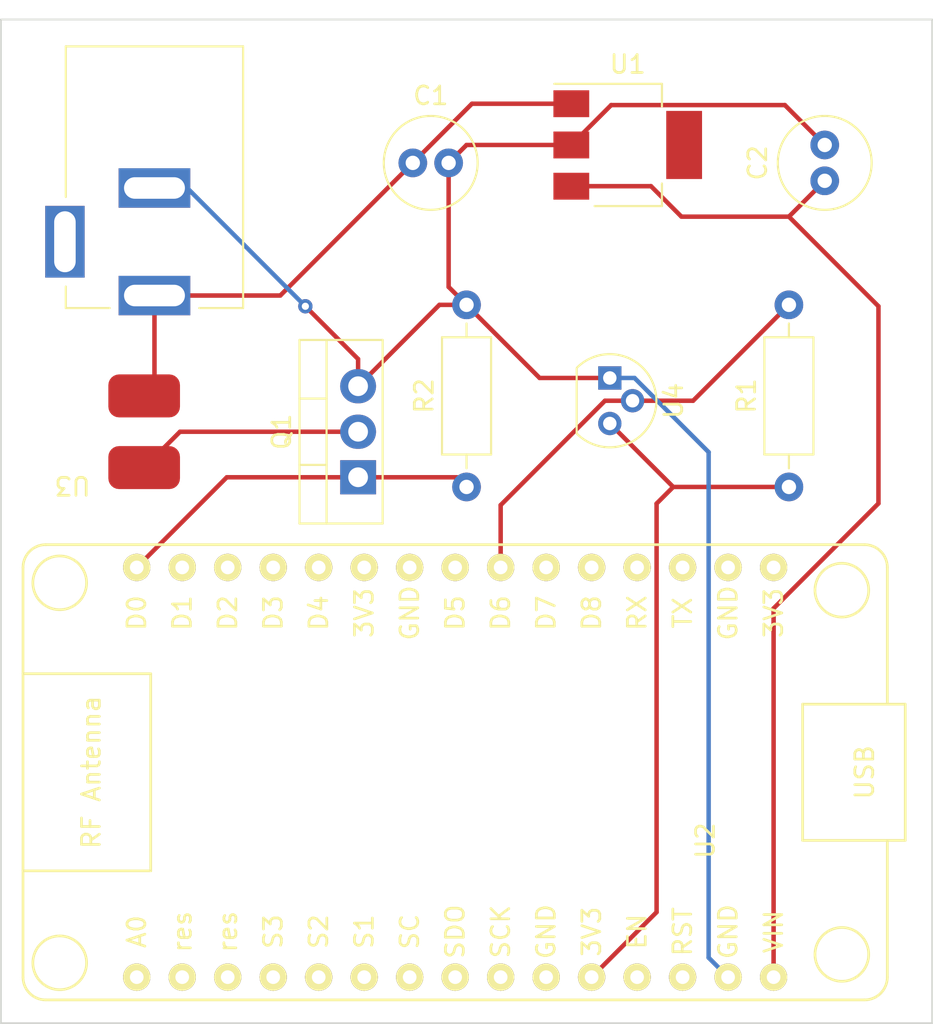
<source format=kicad_pcb>
(kicad_pcb (version 20211014) (generator pcbnew)
  (layers (0 "F.Cu" signal) (31 "B.Cu" signal) (34 "B.Paste" user) (35 "F.Paste" user) (36 "B.SilkS" user "B.Silkscreen") (37 "F.SilkS" user "F.Silkscreen") (38 "B.Mask" user) (39 "F.Mask" user) (44 "Edge.Cuts" user))
  (net 0 "")
  (net 1 "Net-(Barrel_Jack_Connector1-Pad1)")
  (net 2 "GND")
  (net 4 "Net-(C2-Pad1)")
  (net 5 "Net-(R2-Pad1)")
  (net 6 "Net-(Q1-Pad2)")
  (net 7 "Net-(R1-Pad1)")
  (net 8 "Net-(R1-Pad2)")
  (footprint "Package_TO_SOT_SMD:SOT-223" (layer "F.Cu") (at 125 66)
    (fp_text reference "U1" (at 0 -4.5) (layer "F.SilkS"))
    (fp_text value "LM340")
    (fp_line (start 1.91 3.41) (end 1.91 2.15) (layer "F.SilkS") (width 0.12))
    (fp_line (start -4.1 -3.41) (end 1.91 -3.41) (layer "F.SilkS") (width 0.12))
    (fp_line (start -1.85 3.41) (end 1.91 3.41) (layer "F.SilkS") (width 0.12))
    (fp_line (start 1.91 -3.41) (end 1.91 -2.15) (layer "F.SilkS") (width 0.12))
    (pad "1" smd rect (at -3.15 -2.3) (size 2 1.5) (layers "F.Cu" "F.Paste" "F.Mask") (net 1 "Net-(Barrel_Jack_Connector1-Pad1)"))
    (pad "2" smd rect (at -3.15 0) (size 2 1.5) (layers "F.Cu" "F.Paste" "F.Mask") (net 2 "GND"))
    (pad "3" smd rect (at -3.15 2.3) (size 2 1.5) (layers "F.Cu" "F.Paste" "F.Mask") (net 4 "Net-(C2-Pad1)"))
    (pad "4" smd rect (at 3.15 0) (size 2 3.8) (layers "F.Cu" "F.Paste" "F.Mask"))
  )
  (footprint "1_My_Library:NodeMCU1.0(12-E)" (layer "F.Cu") (at 97.585 112.43 90)
    (fp_text reference "U2" (at 7.62 31.75 90) (layer "F.SilkS"))
    (fp_text value "NodeMCU1.0(ESP-12E)")
    (fp_text user "GND" (at 20.32 33.02 90) (layer "F.SilkS"))
    (fp_text user "RST" (at 2.54 30.48 90) (layer "F.SilkS"))
    (fp_text user "GND" (at 2.54 22.86 90) (layer "F.SilkS"))
    (fp_text user "D0" (at 20.32 0 90) (layer "F.SilkS"))
    (fp_text user "TX" (at 20.32 30.48 90) (layer "F.SilkS"))
    (fp_text user "RF Antenna" (at 11.43 -2.54 90) (layer "F.SilkS"))
    (fp_text user "3V3" (at 20.32 12.7 90) (layer "F.SilkS"))
    (fp_text user "res" (at 2.54 5.08 90) (layer "F.SilkS"))
    (fp_text user "SCK" (at 2.54 20.32 90) (layer "F.SilkS"))
    (fp_text user "D1" (at 20.32 2.54 90) (layer "F.SilkS"))
    (fp_text user "SDO" (at 2.54 17.78 90) (layer "F.SilkS"))
    (fp_text user "GND" (at 2.54 33.02 90) (layer "F.SilkS"))
    (fp_text user "D4" (at 20.32 10.16 90) (layer "F.SilkS"))
    (fp_text user "3V3" (at 20.32 35.56 90) (layer "F.SilkS"))
    (fp_text user "D6" (at 20.32 20.32 90) (layer "F.SilkS"))
    (fp_text user "VIN" (at 2.54 35.56 90) (layer "F.SilkS"))
    (fp_text user "RX" (at 20.32 27.94 90) (layer "F.SilkS"))
    (fp_text user "D3" (at 20.32 7.62 90) (layer "F.SilkS"))
    (fp_text user "S2" (at 2.54 10.16 90) (layer "F.SilkS"))
    (fp_text user "3V3" (at 2.54 25.4 90) (layer "F.SilkS"))
    (fp_text user "SC" (at 2.54 15.24 90) (layer "F.SilkS"))
    (fp_text user "D8" (at 20.32 25.4 90) (layer "F.SilkS"))
    (fp_text user "A0" (at 2.54 0 90) (layer "F.SilkS"))
    (fp_text user "D2" (at 20.32 5.08 90) (layer "F.SilkS"))
    (fp_text user "S1" (at 2.54 12.7 90) (layer "F.SilkS"))
    (fp_text user "EN" (at 2.54 27.94 90) (layer "F.SilkS"))
    (fp_text user "USB" (at 11.43 40.64 90) (layer "F.SilkS"))
    (fp_text user "res" (at 2.54 2.54 90) (layer "F.SilkS"))
    (fp_text user "D5" (at 20.32 17.78 90) (layer "F.SilkS"))
    (fp_text user "GND" (at 20.32 15.24 90) (layer "F.SilkS"))
    (fp_text user "D7" (at 20.32 22.86 90) (layer "F.SilkS"))
    (fp_text user "S3" (at 2.54 7.62 90) (layer "F.SilkS"))
    (fp_line (start 16.93 -6.35) (end 16.93 0.78) (layer "F.SilkS") (width 0.15))
    (fp_line (start 22.86 -6.35) (end 0 -6.35) (layer "F.SilkS") (width 0.15))
    (fp_line (start -1.27 -5.08) (end -1.27 40.64) (layer "F.SilkS") (width 0.15))
    (fp_line (start 22.86 41.91) (end 15.24 41.91) (layer "F.SilkS") (width 0.15))
    (fp_line (start 7.62 41.91) (end 0 41.91) (layer "F.SilkS") (width 0.15))
    (fp_line (start 5.93 0.78) (end 5.93 -6.35) (layer "F.SilkS") (width 0.15))
    (fp_line (start 7.63 42.91) (end 7.63 37.18) (layer "F.SilkS") (width 0.15))
    (fp_line (start 15.23 42.91) (end 7.63 42.91) (layer "F.SilkS") (width 0.15))
    (fp_line (start 16.93 0.78) (end 5.93 0.78) (layer "F.SilkS") (width 0.15))
    (fp_line (start 15.23 37.18) (end 15.23 42.91) (layer "F.SilkS") (width 0.15))
    (fp_line (start 7.63 37.18) (end 15.23 37.18) (layer "F.SilkS") (width 0.15))
    (fp_line (start 24.13 -5.08) (end 24.13 40.64) (layer "F.SilkS") (width 0.15))
    (fp_arc (start 0 41.91) (mid -0.898026 41.538026) (end -1.27 40.64) (layer "F.SilkS") (width 0.15))
    (fp_arc (start 22.86 -6.35) (mid 23.758026 -5.978026) (end 24.13 -5.08) (layer "F.SilkS") (width 0.15))
    (fp_arc (start 24.13 40.64) (mid 23.758026 41.538026) (end 22.86 41.91) (layer "F.SilkS") (width 0.15))
    (fp_arc (start -1.27 -5.08) (mid -0.898026 -5.978026) (end 0 -6.35) (layer "F.SilkS") (width 0.15))
    (fp_circle (center 1.27 39.37) (end 2.77 39.37) (layer "F.SilkS") (width 0.15) (fill none))
    (fp_circle (center 22 -4.3) (end 23.5 -4.3) (layer "F.SilkS") (width 0.15) (fill none))
    (fp_circle (center 0.8 -4.3) (end 2.3 -4.3) (layer "F.SilkS") (width 0.15) (fill none))
    (fp_circle (center 21.59 39.37) (end 23.09 39.37) (layer "F.SilkS") (width 0.15) (fill none))
    (pad "1" thru_hole circle (at 0 0 90) (size 1.524 1.524) (drill 0.762) (layers *.Cu *.Mask "F.SilkS"))
    (pad "2" thru_hole circle (at 0 2.54 90) (size 1.524 1.524) (drill 0.762) (layers *.Cu *.Mask "F.SilkS"))
    (pad "3" thru_hole circle (at 0 5.08 90) (size 1.524 1.524) (drill 0.762) (layers *.Cu *.Mask "F.SilkS"))
    (pad "4" thru_hole circle (at 0 7.62 90) (size 1.524 1.524) (drill 0.762) (layers *.Cu *.Mask "F.SilkS"))
    (pad "5" thru_hole circle (at 0 10.16 90) (size 1.524 1.524) (drill 0.762) (layers *.Cu *.Mask "F.SilkS"))
    (pad "6" thru_hole circle (at 0 12.7 90) (size 1.524 1.524) (drill 0.762) (layers *.Cu *.Mask "F.SilkS"))
    (pad "7" thru_hole circle (at 0 15.24 90) (size 1.524 1.524) (drill 0.762) (layers *.Cu *.Mask "F.SilkS"))
    (pad "8" thru_hole circle (at 0 17.78 90) (size 1.524 1.524) (drill 0.762) (layers *.Cu *.Mask "F.SilkS"))
    (pad "9" thru_hole circle (at 0 20.32 90) (size 1.524 1.524) (drill 0.762) (layers *.Cu *.Mask "F.SilkS"))
    (pad "10" thru_hole circle (at 0 22.86 90) (size 1.524 1.524) (drill 0.762) (layers *.Cu *.Mask "F.SilkS"))
    (pad "11" thru_hole circle (at 0 25.4 90) (size 1.524 1.524) (drill 0.762) (layers *.Cu *.Mask "F.SilkS") (net 7 "Net-(R1-Pad1)"))
    (pad "12" thru_hole circle (at 0 27.94 90) (size 1.524 1.524) (drill 0.762) (layers *.Cu *.Mask "F.SilkS"))
    (pad "13" thru_hole circle (at 0 30.48 90) (size 1.524 1.524) (drill 0.762) (layers *.Cu *.Mask "F.SilkS"))
    (pad "14" thru_hole circle (at 0 33.02 90) (size 1.524 1.524) (drill 0.762) (layers *.Cu *.Mask "F.SilkS") (net 2 "GND"))
    (pad "15" thru_hole circle (at 0 35.56 90) (size 1.524 1.524) (drill 0.762) (layers *.Cu *.Mask "F.SilkS") (net 4 "Net-(C2-Pad1)"))
    (pad "16" thru_hole circle (at 22.86 35.56 90) (size 1.524 1.524) (drill 0.762) (layers *.Cu *.Mask "F.SilkS"))
    (pad "17" thru_hole circle (at 22.86 33.02 90) (size 1.524 1.524) (drill 0.762) (layers *.Cu *.Mask "F.SilkS"))
    (pad "18" thru_hole circle (at 22.86 30.48 90) (size 1.524 1.524) (drill 0.762) (layers *.Cu *.Mask "F.SilkS"))
    (pad "19" thru_hole circle (at 22.86 27.94 90) (size 1.524 1.524) (drill 0.762) (layers *.Cu *.Mask "F.SilkS"))
    (pad "20" thru_hole circle (at 22.86 25.4 90) (size 1.524 1.524) (drill 0.762) (layers *.Cu *.Mask "F.SilkS"))
    (pad "21" thru_hole circle (at 22.86 22.86 90) (size 1.524 1.524) (drill 0.762) (layers *.Cu *.Mask "F.SilkS"))
    (pad "22" thru_hole circle (at 22.86 20.32 90) (size 1.524 1.524) (drill 0.762) (layers *.Cu *.Mask "F.SilkS") (net 8 "Net-(R1-Pad2)"))
    (pad "23" thru_hole circle (at 22.86 17.78 90) (size 1.524 1.524) (drill 0.762) (layers *.Cu *.Mask "F.SilkS"))
    (pad "24" thru_hole circle (at 22.86 15.24 90) (size 1.524 1.524) (drill 0.762) (layers *.Cu *.Mask "F.SilkS"))
    (pad "25" thru_hole circle (at 22.86 12.7 90) (size 1.524 1.524) (drill 0.762) (layers *.Cu *.Mask "F.SilkS"))
    (pad "26" thru_hole circle (at 22.86 10.16 90) (size 1.524 1.524) (drill 0.762) (layers *.Cu *.Mask "F.SilkS"))
    (pad "27" thru_hole circle (at 22.86 7.62 90) (size 1.524 1.524) (drill 0.762) (layers *.Cu *.Mask "F.SilkS"))
    (pad "28" thru_hole circle (at 22.86 5.08 90) (size 1.524 1.524) (drill 0.762) (layers *.Cu *.Mask "F.SilkS"))
    (pad "29" thru_hole circle (at 22.86 2.54 90) (size 1.524 1.524) (drill 0.762) (layers *.Cu *.Mask "F.SilkS"))
    (pad "30" thru_hole circle (at 22.86 0 90) (size 1.524 1.524) (drill 0.762) (layers *.Cu *.Mask "F.SilkS") (net 5 "Net-(R2-Pad1)"))
  )
  (footprint "Package_TO_SOT_THT:TO-220-3_Vertical" (layer "F.Cu") (at 109.945 84.54 90)
    (fp_text reference "Q1" (at 2.54 -4.27 90) (layer "F.SilkS"))
    (fp_text value "IRF540N")
    (fp_line (start 0.69 -3.27) (end 0.69 -1.76) (layer "F.SilkS") (width 0.12))
    (fp_line (start -2.58 -3.27) (end -2.58 1.371) (layer "F.SilkS") (width 0.12))
    (fp_line (start 4.391 -3.27) (end 4.391 -1.76) (layer "F.SilkS") (width 0.12))
    (fp_line (start -2.58 -1.76) (end 7.66 -1.76) (layer "F.SilkS") (width 0.12))
    (fp_line (start -2.58 -3.27) (end 7.66 -3.27) (layer "F.SilkS") (width 0.12))
    (fp_line (start -2.58 1.371) (end 7.66 1.371) (layer "F.SilkS") (width 0.12))
    (fp_line (start 7.66 -3.27) (end 7.66 1.371) (layer "F.SilkS") (width 0.12))
    (pad "1" thru_hole rect (at 0 0 90) (size 1.905 2) (drill 1.1) (layers *.Cu *.Mask) (net 5 "Net-(R2-Pad1)"))
    (pad "2" thru_hole oval (at 2.54 0 90) (size 1.905 2) (drill 1.1) (layers *.Cu *.Mask) (net 6 "Net-(Q1-Pad2)"))
    (pad "3" thru_hole oval (at 5.08 0 90) (size 1.905 2) (drill 1.1) (layers *.Cu *.Mask) (net 2 "GND"))
  )
  (footprint "Package_TO_SOT_THT:TO-92" (layer "F.Cu") (at 124 79 -90)
    (fp_text reference "U4" (at 1.27 -3.56 90) (layer "F.SilkS"))
    (fp_text value "DS18B20")
    (fp_line (start -0.53 1.85) (end 3.07 1.85) (layer "F.SilkS") (width 0.12))
    (fp_arc (start 1.27 -2.6) (mid 3.672087 -0.994977) (end 3.108478 1.838478) (layer "F.SilkS") (width 0.12))
    (fp_arc (start -0.568478 1.838478) (mid -1.132087 -0.994977) (end 1.27 -2.6) (layer "F.SilkS") (width 0.12))
    (pad "1" thru_hole rect (at 0 0 270) (size 1.3 1.3) (drill 0.75) (layers *.Cu *.Mask) (net 2 "GND"))
    (pad "2" thru_hole circle (at 1.27 -1.27 270) (size 1.3 1.3) (drill 0.75) (layers *.Cu *.Mask) (net 8 "Net-(R1-Pad2)"))
    (pad "3" thru_hole circle (at 2.54 0 270) (size 1.3 1.3) (drill 0.75) (layers *.Cu *.Mask) (net 7 "Net-(R1-Pad1)"))
  )
  (footprint "1_My_Library:FAN12V" (layer "F.Cu") (at 98 80 180)
    (fp_text reference "U3" (at 4 -5 180 unlocked) (layer "F.SilkS"))
    (fp_text value "FAN12V")
    (pad "1" smd roundrect (at 0 0 180) (size 4 2.4) (layers "F.Cu" "F.Paste" "F.Mask") (net 1 "Net-(Barrel_Jack_Connector1-Pad1)"))
    (pad "2" smd roundrect (at 0 -4 180) (size 4 2.4) (layers "F.Cu" "F.Paste" "F.Mask") (net 6 "Net-(Q1-Pad2)"))
  )
  (footprint "Resistor_THT:R_Axial_DIN0207_L6.3mm_D2.5mm_P10.16mm_Horizontal" (layer "F.Cu") (at 116 85.08 90)
    (fp_text reference "R2" (at 5.08 -2.37 90) (layer "F.SilkS"))
    (fp_text value "10k")
    (fp_line (start 1.81 1.37) (end 8.35 1.37) (layer "F.SilkS") (width 0.12))
    (fp_line (start 8.35 1.37) (end 8.35 -1.37) (layer "F.SilkS") (width 0.12))
    (fp_line (start 8.35 -1.37) (end 1.81 -1.37) (layer "F.SilkS") (width 0.12))
    (fp_line (start 9.12 0) (end 8.35 0) (layer "F.SilkS") (width 0.12))
    (fp_line (start 1.04 0) (end 1.81 0) (layer "F.SilkS") (width 0.12))
    (fp_line (start 1.81 -1.37) (end 1.81 1.37) (layer "F.SilkS") (width 0.12))
    (pad "1" thru_hole circle (at 0 0 90) (size 1.6 1.6) (drill 0.8) (layers *.Cu *.Mask) (net 5 "Net-(R2-Pad1)"))
    (pad "2" thru_hole oval (at 10.16 0 90) (size 1.6 1.6) (drill 0.8) (layers *.Cu *.Mask) (net 2 "GND"))
  )
  (footprint "UserCustom:BarrelJack_G-1005B" (layer "F.Cu") (at 98.575 60.6 180)
    (fp_text reference "Barrel_Jack_Connector1" hide)
    (fp_text value "Barrel_Jack_Switch_Pin3Ring" hide)
    (fp_line (start 4.95 -14.5) (end 2.5 -14.5) (layer "F.SilkS") (width 0.12))
    (fp_line (start 4.95 0.1) (end 4.95 -8.3) (layer "F.SilkS") (width 0.12))
    (fp_line (start -4.95 -14.5) (end -2.5 -14.5) (layer "F.SilkS") (width 0.12))
    (fp_line (start -4.95 0.1) (end 4.95 0.1) (layer "F.SilkS") (width 0.12))
    (fp_line (start -4.95 -14.5) (end -4.95 0.1) (layer "F.SilkS") (width 0.12))
    (fp_line (start 4.95 -14.5) (end 4.95 -13.3) (layer "F.SilkS") (width 0.12))
    (pad "1" thru_hole rect (at 0 -13.8 180) (size 4 2.2) (drill oval 3.4 1.2) (layers *.Cu *.Mask) (net 1 "Net-(Barrel_Jack_Connector1-Pad1)"))
    (pad "2" thru_hole rect (at 0 -7.8 180) (size 4 2.2) (drill oval 3.4 1.2) (layers *.Cu *.Mask) (net 2 "GND"))
    (pad "3" thru_hole rect (at 5 -10.8 90) (size 4 2.2) (drill oval 3.4 1.2) (layers *.Cu *.Mask))
  )
  (footprint "Capacitor_THT:C_Radial_D5.0mm_H11.0mm_P2.00mm" (layer "F.Cu") (at 113 67)
    (fp_text reference "C1" (at 1 -3.75) (layer "F.SilkS"))
    (fp_text value "0.22uF")
    (fp_circle (center 1 0) (end 3.62 0) (layer "F.SilkS") (width 0.12) (fill none))
    (pad "1" thru_hole circle (at 0 0) (size 1.6 1.6) (drill 0.8) (layers *.Cu *.Mask) (net 1 "Net-(Barrel_Jack_Connector1-Pad1)"))
    (pad "2" thru_hole circle (at 2 0) (size 1.6 1.6) (drill 0.8) (layers *.Cu *.Mask) (net 2 "GND"))
  )
  (footprint "Capacitor_THT:C_Radial_D5.0mm_H11.0mm_P2.00mm" (layer "F.Cu") (at 136 68 90)
    (fp_text reference "C2" (at 1 -3.75 90) (layer "F.SilkS"))
    (fp_text value "0.1uF")
    (fp_circle (center 1 0) (end 3.62 0) (layer "F.SilkS") (width 0.12) (fill none))
    (pad "1" thru_hole circle (at 0 0 90) (size 1.6 1.6) (drill 0.8) (layers *.Cu *.Mask) (net 4 "Net-(C2-Pad1)"))
    (pad "2" thru_hole circle (at 2 0 90) (size 1.6 1.6) (drill 0.8) (layers *.Cu *.Mask) (net 2 "GND"))
  )
  (footprint "Resistor_THT:R_Axial_DIN0207_L6.3mm_D2.5mm_P10.16mm_Horizontal" (layer "F.Cu") (at 134 85.08 90)
    (fp_text reference "R1" (at 5.08 -2.37 90) (layer "F.SilkS"))
    (fp_text value "4.7k")
    (fp_line (start 8.35 -1.37) (end 1.81 -1.37) (layer "F.SilkS") (width 0.12))
    (fp_line (start 1.04 0) (end 1.81 0) (layer "F.SilkS") (width 0.12))
    (fp_line (start 8.35 1.37) (end 8.35 -1.37) (layer "F.SilkS") (width 0.12))
    (fp_line (start 1.81 1.37) (end 8.35 1.37) (layer "F.SilkS") (width 0.12))
    (fp_line (start 9.12 0) (end 8.35 0) (layer "F.SilkS") (width 0.12))
    (fp_line (start 1.81 -1.37) (end 1.81 1.37) (layer "F.SilkS") (width 0.12))
    (pad "1" thru_hole circle (at 0 0 90) (size 1.6 1.6) (drill 0.8) (layers *.Cu *.Mask) (net 7 "Net-(R1-Pad1)"))
    (pad "2" thru_hole oval (at 10.16 0 90) (size 1.6 1.6) (drill 0.8) (layers *.Cu *.Mask) (net 8 "Net-(R1-Pad2)"))
  )
  (gr_rect (start 90 59) (end 142 115) (layer "Edge.Cuts") (width 0.1) (fill none))
  (segment (start 98.575 74.4) (end 105.6 74.4) (width 0.25) (layer "F.Cu") (net 1))
  (segment (start 105.6 74.4) (end 113 67) (width 0.25) (layer "F.Cu") (net 1))
  (segment (start 98.575 74.4) (end 98.575 79.425) (width 0.25) (layer "F.Cu") (net 1))
  (segment (start 116.3 63.7) (end 121.85 63.7) (width 0.25) (layer "F.Cu") (net 1))
  (segment (start 98.575 79.425) (end 98 80) (width 0.25) (layer "F.Cu") (net 1))
  (segment (start 113 67) (end 116.3 63.7) (width 0.25) (layer "F.Cu") (net 1))
  (segment (start 116 74.92) (end 114.485 74.92) (width 0.25) (layer "F.Cu") (net 2))
  (segment (start 115 67) (end 115 73.92) (width 0.25) (layer "F.Cu") (net 2))
  (segment (start 121.85 66) (end 116 66) (width 0.25) (layer "F.Cu") (net 2))
  (segment (start 133.775 63.775) (end 136 66) (width 0.25) (layer "F.Cu") (net 2))
  (segment (start 121.85 66) (end 124.075 63.775) (width 0.25) (layer "F.Cu") (net 2))
  (segment (start 120.08 79) (end 116 74.92) (width 0.25) (layer "F.Cu") (net 2))
  (segment (start 115 73.92) (end 116 74.92) (width 0.25) (layer "F.Cu") (net 2))
  (segment (start 116 66) (end 115 67) (width 0.25) (layer "F.Cu") (net 2))
  (segment (start 114.485 74.92) (end 109.945 79.46) (width 0.25) (layer "F.Cu") (net 2))
  (segment (start 109.945 79.46) (end 109.945 77.945) (width 0.25) (layer "F.Cu") (net 2))
  (segment (start 109.945 77.945) (end 107 75) (width 0.25) (layer "F.Cu") (net 2))
  (segment (start 124 79) (end 120.08 79) (width 0.25) (layer "F.Cu") (net 2))
  (segment (start 124.075 63.775) (end 133.775 63.775) (width 0.25) (layer "F.Cu") (net 2))
  (via (at 98.575 68.4) (size 0.8) (drill 0.4) (layers "F.Cu" "B.Cu") (net 2))
  (via (at 107 75) (size 0.8) (drill 0.4) (layers "F.Cu" "B.Cu") (net 2))
  (segment (start 100.4 68.4) (end 98.575 68.4) (width 0.25) (layer "B.Cu") (net 2))
  (segment (start 125.378859 79) (end 124 79) (width 0.25) (layer "B.Cu") (net 2))
  (segment (start 107 75) (end 100.4 68.4) (width 0.25) (layer "B.Cu") (net 2))
  (segment (start 129.518 83.139141) (end 125.378859 79) (width 0.25) (layer "B.Cu") (net 2))
  (segment (start 129.518 111.343) (end 129.518 83.139141) (width 0.25) (layer "B.Cu") (net 2))
  (segment (start 130.605 112.43) (end 129.518 111.343) (width 0.25) (layer "B.Cu") (net 2))
  (segment (start 128 70) (end 134 70) (width 0.25) (layer "F.Cu") (net 4))
  (segment (start 139 86) (end 133.145 91.855) (width 0.25) (layer "F.Cu") (net 4))
  (segment (start 139 75) (end 139 86) (width 0.25) (layer "F.Cu") (net 4))
  (segment (start 121.85 68.3) (end 126.3 68.3) (width 0.25) (layer "F.Cu") (net 4))
  (segment (start 134 70) (end 139 75) (width 0.25) (layer "F.Cu") (net 4))
  (segment (start 126.3 68.3) (end 128 70) (width 0.25) (layer "F.Cu") (net 4))
  (segment (start 133.145 91.855) (end 133.145 112.43) (width 0.25) (layer "F.Cu") (net 4))
  (segment (start 134 70) (end 136 68) (width 0.25) (layer "F.Cu") (net 4))
  (segment (start 115.46 84.54) (end 116 85.08) (width 0.25) (layer "F.Cu") (net 5))
  (segment (start 102.615 84.54) (end 97.585 89.57) (width 0.25) (layer "F.Cu") (net 5))
  (segment (start 109.945 84.54) (end 102.615 84.54) (width 0.25) (layer "F.Cu") (net 5))
  (segment (start 109.945 84.54) (end 115.46 84.54) (width 0.25) (layer "F.Cu") (net 5))
  (segment (start 109.945 82) (end 100 82) (width 0.25) (layer "F.Cu") (net 6))
  (segment (start 100 82) (end 98 84) (width 0.25) (layer "F.Cu") (net 6))
  (segment (start 122.985 112.43) (end 126.612 108.803) (width 0.25) (layer "F.Cu") (net 7))
  (segment (start 127.54 85.08) (end 124 81.54) (width 0.25) (layer "F.Cu") (net 7))
  (segment (start 134 85.08) (end 127.54 85.08) (width 0.25) (layer "F.Cu") (net 7))
  (segment (start 126.612 108.803) (end 126.612 86.008) (width 0.25) (layer "F.Cu") (net 7))
  (segment (start 126.612 86.008) (end 127.54 85.08) (width 0.25) (layer "F.Cu") (net 7))
  (segment (start 125.27 80.27) (end 128.65 80.27) (width 0.25) (layer "F.Cu") (net 8))
  (segment (start 117.905 86.095) (end 123.73 80.27) (width 0.25) (layer "F.Cu") (net 8))
  (segment (start 117.905 89.57) (end 117.905 86.095) (width 0.25) (layer "F.Cu") (net 8))
  (segment (start 123.73 80.27) (end 125.27 80.27) (width 0.25) (layer "F.Cu") (net 8))
  (segment (start 128.65 80.27) (end 134 74.92) (width 0.25) (layer "F.Cu") (net 8))
)
</source>
